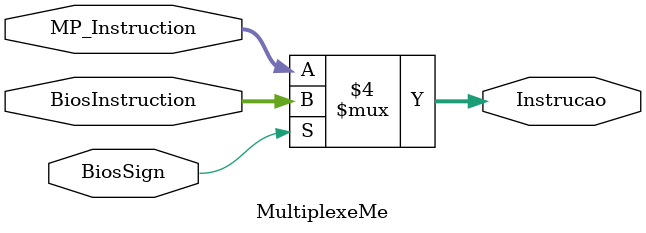
<source format=v>
module MultiplexeMe(
	input BiosSign,
	input [31:0] BiosInstruction, MP_Instruction,
	output reg [31:0] Instrucao
	);

	always@(*)
	begin
	
		if(BiosSign == 1'B1)
		begin
			Instrucao <= BiosInstruction;
		end
			else
			begin
				Instrucao <= MP_Instruction;
			end
			
	end

endmodule


</source>
